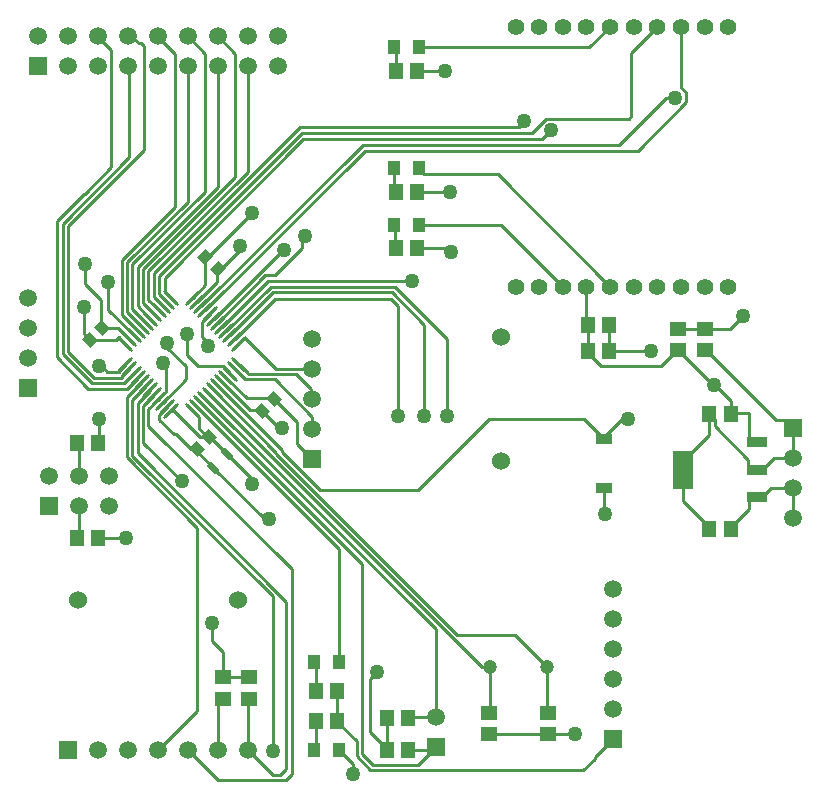
<source format=gtl>
G04*
G04 #@! TF.GenerationSoftware,Altium Limited,Altium Designer,19.1.8 (144)*
G04*
G04 Layer_Physical_Order=1*
G04 Layer_Color=255*
%FSLAX44Y44*%
%MOMM*%
G71*
G01*
G75*
%ADD13C,0.2540*%
G04:AMPARAMS|DCode=15|XSize=0.3mm|YSize=1.8mm|CornerRadius=0mm|HoleSize=0mm|Usage=FLASHONLY|Rotation=135.000|XOffset=0mm|YOffset=0mm|HoleType=Round|Shape=Round|*
%AMOVALD15*
21,1,1.5000,0.3000,0.0000,0.0000,225.0*
1,1,0.3000,0.5303,0.5303*
1,1,0.3000,-0.5303,-0.5303*
%
%ADD15OVALD15*%

G04:AMPARAMS|DCode=16|XSize=0.3mm|YSize=1.8mm|CornerRadius=0mm|HoleSize=0mm|Usage=FLASHONLY|Rotation=225.000|XOffset=0mm|YOffset=0mm|HoleType=Round|Shape=Round|*
%AMOVALD16*
21,1,1.5000,0.3000,0.0000,0.0000,315.0*
1,1,0.3000,-0.5303,0.5303*
1,1,0.3000,0.5303,-0.5303*
%
%ADD16OVALD16*%

%ADD17R,1.2000X1.4000*%
%ADD18R,1.4000X1.2000*%
%ADD19R,1.4000X0.9500*%
G04:AMPARAMS|DCode=20|XSize=1.05mm|YSize=0.95mm|CornerRadius=0mm|HoleSize=0mm|Usage=FLASHONLY|Rotation=135.000|XOffset=0mm|YOffset=0mm|HoleType=Round|Shape=Rectangle|*
%AMROTATEDRECTD20*
4,1,4,0.7071,-0.0354,0.0354,-0.7071,-0.7071,0.0354,-0.0354,0.7071,0.7071,-0.0354,0.0*
%
%ADD20ROTATEDRECTD20*%

G04:AMPARAMS|DCode=21|XSize=1.05mm|YSize=0.55mm|CornerRadius=0mm|HoleSize=0mm|Usage=FLASHONLY|Rotation=135.000|XOffset=0mm|YOffset=0mm|HoleType=Round|Shape=Rectangle|*
%AMROTATEDRECTD21*
4,1,4,0.5657,-0.1768,0.1768,-0.5657,-0.5657,0.1768,-0.1768,0.5657,0.5657,-0.1768,0.0*
%
%ADD21ROTATEDRECTD21*%

G04:AMPARAMS|DCode=22|XSize=1.05mm|YSize=0.95mm|CornerRadius=0mm|HoleSize=0mm|Usage=FLASHONLY|Rotation=45.000|XOffset=0mm|YOffset=0mm|HoleType=Round|Shape=Rectangle|*
%AMROTATEDRECTD22*
4,1,4,-0.0354,-0.7071,-0.7071,-0.0354,0.0354,0.7071,0.7071,0.0354,-0.0354,-0.7071,0.0*
%
%ADD22ROTATEDRECTD22*%

G04:AMPARAMS|DCode=23|XSize=0.9mm|YSize=1.75mm|CornerRadius=0.0495mm|HoleSize=0mm|Usage=FLASHONLY|Rotation=270.000|XOffset=0mm|YOffset=0mm|HoleType=Round|Shape=RoundedRectangle|*
%AMROUNDEDRECTD23*
21,1,0.9000,1.6510,0,0,270.0*
21,1,0.8010,1.7500,0,0,270.0*
1,1,0.0990,-0.8255,-0.4005*
1,1,0.0990,-0.8255,0.4005*
1,1,0.0990,0.8255,0.4005*
1,1,0.0990,0.8255,-0.4005*
%
%ADD23ROUNDEDRECTD23*%
G04:AMPARAMS|DCode=24|XSize=3.2mm|YSize=1.75mm|CornerRadius=0.0525mm|HoleSize=0mm|Usage=FLASHONLY|Rotation=270.000|XOffset=0mm|YOffset=0mm|HoleType=Round|Shape=RoundedRectangle|*
%AMROUNDEDRECTD24*
21,1,3.2000,1.6450,0,0,270.0*
21,1,3.0950,1.7500,0,0,270.0*
1,1,0.1050,-0.8225,-1.5475*
1,1,0.1050,-0.8225,1.5475*
1,1,0.1050,0.8225,1.5475*
1,1,0.1050,0.8225,-1.5475*
%
%ADD24ROUNDEDRECTD24*%
%ADD25R,1.1000X1.2000*%
%ADD44C,1.4000*%
%ADD45R,1.5000X1.5000*%
%ADD46C,1.5000*%
%ADD47R,1.5000X1.5000*%
%ADD48C,1.2000*%
%ADD49C,1.5240*%
%ADD50C,1.2700*%
D13*
X337500Y430000D02*
X381709Y385791D01*
Y320585D02*
Y385791D01*
X335000Y425000D02*
X362634Y397366D01*
Y320016D02*
Y397366D01*
X214600Y99000D02*
X215217D01*
X192100D02*
X214600D01*
X215217D02*
X217212Y97006D01*
X172604Y302980D02*
X179024D01*
X180449Y302626D02*
X181541D01*
X179024Y302980D02*
X180449Y301555D01*
X171996Y310009D02*
X179024Y302980D01*
X171996Y310009D02*
Y319114D01*
X166692Y324417D02*
X171996Y319114D01*
X149887Y325696D02*
X172604Y302980D01*
X149587Y325696D02*
X149887D01*
X148307Y324417D02*
X149587Y325696D01*
X152393Y304932D02*
X164952Y292374D01*
X150439Y304932D02*
X152393D01*
X138234Y317138D02*
X150439Y304932D01*
X164952Y292374D02*
X169874D01*
X637220Y301230D02*
Y322894D01*
X623933D02*
X637220D01*
X622030D02*
Y333310D01*
X637220Y301230D02*
X640450Y298000D01*
X644280D01*
X606699Y346801D02*
X608284D01*
X608596Y346744D02*
Y346919D01*
Y346744D02*
X622030Y333310D01*
X577500Y376000D02*
X606699Y346801D01*
X316929Y97837D02*
X322646Y103553D01*
X316929Y52571D02*
Y97837D01*
Y52571D02*
X331000Y38500D01*
Y37500D02*
Y38500D01*
X309959Y34029D02*
Y195292D01*
X173763Y331488D02*
X309959Y195292D01*
X289000Y61500D02*
X305419Y45082D01*
Y32148D02*
Y45082D01*
X522456Y46656D02*
Y47459D01*
X289000Y61500D02*
Y62500D01*
X289000Y62501D02*
X289000Y62500D01*
X305419Y32148D02*
X317107Y20460D01*
X309959Y34029D02*
X318988Y25000D01*
X302539Y16938D02*
Y25461D01*
X290500Y37500D02*
X302539Y25461D01*
X234835Y36500D02*
Y167640D01*
X115534Y286941D02*
X234835Y167640D01*
X182905Y129468D02*
Y144961D01*
Y129468D02*
X192100Y120273D01*
X489739Y51000D02*
X489983Y51244D01*
X467500Y51000D02*
X489739D01*
X74664Y390083D02*
Y412998D01*
Y390083D02*
X79873Y384874D01*
X75204Y432262D02*
X89247Y418219D01*
Y400927D02*
Y418219D01*
Y400927D02*
X90126Y400048D01*
X95008Y410243D02*
X116488Y388764D01*
X95008Y410243D02*
Y433703D01*
X75204Y432262D02*
Y449007D01*
X90126Y395126D02*
Y400048D01*
X60925Y374845D02*
Y481444D01*
X56385Y372964D02*
Y483324D01*
X51495Y370359D02*
Y485159D01*
X60925Y374845D02*
X83026Y352744D01*
X51495Y485159D02*
X74853Y508517D01*
X56385Y483324D02*
X112691Y539630D01*
X60925Y481444D02*
X125048Y545567D01*
X56385Y372964D02*
X81145Y348204D01*
X51495Y370359D02*
X78191Y343664D01*
X74853Y508517D02*
X74986D01*
X227803Y233030D02*
X231475D01*
X184166Y276666D02*
X227803Y233030D01*
X217194Y262545D02*
Y266973D01*
X195833Y288334D02*
X217194Y266973D01*
X170227Y327952D02*
X290500Y207680D01*
Y112500D02*
Y207680D01*
X206562Y460897D02*
Y463912D01*
X190539Y444874D02*
X206562Y460897D01*
X216718Y491999D02*
X216718D01*
X179846Y455127D02*
X216718Y491999D01*
X177374Y455127D02*
X179846D01*
X187627Y444874D02*
X190539D01*
X515000Y238732D02*
X515950Y237782D01*
X515000Y238732D02*
Y259250D01*
X604480Y224452D02*
Y225550D01*
X581780Y248250D02*
Y275000D01*
Y248250D02*
X604480Y225550D01*
X380366Y612500D02*
X380389Y612523D01*
X356500Y612500D02*
X380366D01*
X356842Y509658D02*
X384413D01*
X356500Y510000D02*
X356842Y509658D01*
X381522Y462500D02*
X384916Y459105D01*
X356500Y462500D02*
X381522D01*
X192100Y99000D02*
Y120273D01*
X497209Y20460D02*
X507103Y30354D01*
Y31303D01*
X522456Y46656D01*
X317107Y20460D02*
X497209D01*
X141565Y362569D02*
Y365318D01*
Y362569D02*
X144238Y359895D01*
Y341685D02*
Y359895D01*
X137701Y335148D02*
X144238Y341685D01*
X137701Y335023D02*
Y335148D01*
X179137Y379665D02*
Y382414D01*
X174296Y387255D02*
X179137Y382414D01*
X174296Y387255D02*
Y399779D01*
X180835Y406317D01*
Y406441D01*
X145000Y378293D02*
X160928Y362364D01*
Y351505D02*
Y362364D01*
X141236Y331813D02*
X160928Y351505D01*
X145000Y378293D02*
Y382499D01*
X161510Y371994D02*
Y389987D01*
Y371994D02*
X170730Y362775D01*
X192299D01*
X141236Y331488D02*
Y331813D01*
X110736Y285318D02*
X170399Y225656D01*
Y70399D02*
Y225656D01*
X137500Y37500D02*
X170399Y70399D01*
X110736Y285318D02*
Y336343D01*
X137500Y37500D02*
X137807Y37193D01*
X139943D01*
X110736Y336343D02*
X123559Y349165D01*
X87053Y298053D02*
Y318041D01*
X86500Y297500D02*
X87053Y298053D01*
X124614Y297886D02*
Y329008D01*
Y297886D02*
X157500Y265000D01*
X124614Y329008D02*
X134165Y338559D01*
X129154Y311950D02*
X250460Y190644D01*
X129154Y311950D02*
Y326352D01*
X137701Y334899D01*
X138234Y317138D02*
Y321089D01*
X250460Y17040D02*
Y190644D01*
X85820Y615913D02*
X86034Y615699D01*
X97513Y531044D02*
Y630323D01*
X86574Y641261D02*
X97513Y630323D01*
X86574Y641261D02*
Y641562D01*
X74986Y508517D02*
X97513Y531044D01*
X78191Y343664D02*
X110945D01*
X119982Y352701D01*
X120023D01*
X87011Y362364D02*
X89760D01*
X94119Y358004D01*
X104113D01*
X108330Y348204D02*
X116363Y356237D01*
X81145Y348204D02*
X108330D01*
X104113Y358004D02*
X109416Y363308D01*
X105799Y352744D02*
X112828Y359772D01*
X83026Y352744D02*
X105799D01*
X112691Y539630D02*
Y613937D01*
X111846Y614782D02*
X112691Y613937D01*
X116363Y356237D02*
X116488D01*
X122885Y635826D02*
X125048Y633663D01*
X120782Y635826D02*
X122885D01*
X115422Y641186D02*
X120782Y635826D01*
X111846Y641186D02*
X115422D01*
X125048Y545567D02*
Y633663D01*
X112828Y359772D02*
X112952D01*
X198186Y356237D02*
Y356888D01*
X192299Y362775D02*
X198186Y356888D01*
Y356237D02*
X198512D01*
X106454Y405869D02*
Y452477D01*
X110994Y408399D02*
Y450597D01*
Y408399D02*
X123559Y395835D01*
X115534Y410930D02*
Y448716D01*
Y410930D02*
X127094Y399370D01*
X120074Y413462D02*
Y446836D01*
Y413462D02*
X130630Y402906D01*
X124614Y415993D02*
X134165Y406441D01*
X124614Y415993D02*
Y444955D01*
X129154Y418648D02*
Y443074D01*
Y418648D02*
X137701Y410101D01*
X133694Y421179D02*
X141236Y413637D01*
X133694Y421179D02*
Y441194D01*
X138234Y423711D02*
Y439313D01*
Y423711D02*
X144772Y417173D01*
X142774Y426116D02*
X148307Y420583D01*
X142774Y426116D02*
Y437433D01*
X129154Y443074D02*
X212999Y526920D01*
X133694Y441194D02*
X257500Y565000D01*
X138234Y439313D02*
X258920Y560000D01*
X142774Y437433D02*
X260341Y555000D01*
X103407Y394773D02*
X112952Y385228D01*
X90480Y394773D02*
X103407D01*
X106454Y405869D02*
X120023Y392299D01*
X120074Y446836D02*
X187637Y514399D01*
X124614Y444955D02*
X202255Y522596D01*
X212131Y616585D02*
X212999Y615717D01*
X186894Y641822D02*
X187614D01*
X141236Y413512D02*
Y413637D01*
X110994Y450597D02*
X162225Y501828D01*
X115534Y448716D02*
X176864Y510046D01*
X187614Y641822D02*
X187634Y641802D01*
X106454Y452477D02*
X151480Y497503D01*
X115534Y286941D02*
Y334070D01*
X187634Y576520D02*
X187637Y576517D01*
Y514399D02*
Y576517D01*
X162225Y501828D02*
Y615613D01*
X162624Y616012D01*
X202255Y577508D02*
X202264Y577517D01*
X202255Y522596D02*
Y577508D01*
X176864Y510046D02*
Y627172D01*
X151464Y570105D02*
X151480Y570088D01*
Y497503D02*
Y570088D01*
X151464Y570105D02*
Y627172D01*
X137439Y641196D02*
X151464Y627172D01*
X137439Y641196D02*
Y641423D01*
X162624Y616012D02*
Y616239D01*
X163993Y640042D02*
Y642290D01*
Y640042D02*
X176864Y627172D01*
X187634Y576520D02*
Y614521D01*
X187829Y614716D01*
X202264Y577517D02*
Y627172D01*
X187634Y641802D02*
X202264Y627172D01*
X212999Y526920D02*
Y615717D01*
X137701Y409977D02*
Y410101D01*
X259368Y470574D02*
X261312Y472518D01*
X259368Y462932D02*
Y470574D01*
X235976Y439540D02*
X259368Y462932D01*
X228075Y439540D02*
X235976D01*
X187905Y399370D02*
X228075Y439540D01*
X242757Y461293D02*
X244124D01*
X184370Y402906D02*
X242757Y461293D01*
X191441Y395835D02*
X230606Y435000D01*
X352500D01*
X194977Y392299D02*
X232677Y430000D01*
X337500D01*
X198512Y388764D02*
X234748Y425000D01*
X335000D01*
X202048Y385228D02*
X236109Y419290D01*
X334290D01*
X339999Y413580D01*
Y319999D02*
Y413580D01*
X177299Y409977D02*
X312322Y545000D01*
X173888Y413512D02*
X310375Y550000D01*
X527500D01*
X312322Y545000D02*
X543605D01*
X173763Y413512D02*
X173888D01*
X138234Y321089D02*
X146072Y328928D01*
X514125Y301625D02*
X532500Y320000D01*
X621500Y394000D02*
X632500Y405000D01*
X600000Y394000D02*
X621500D01*
X577500D02*
X600000D01*
Y376000D02*
X601000D01*
X660370Y316630D01*
X668770D01*
X675000Y310400D01*
X519000Y375000D02*
X555000D01*
X519000Y375000D02*
X519000Y375000D01*
X512500Y362500D02*
X563000D01*
X576500Y376000D01*
X577500D01*
X501000Y374000D02*
X512500Y362500D01*
X501000Y374000D02*
Y375000D01*
X500000Y398499D02*
Y430000D01*
Y398499D02*
X501000Y397500D01*
X519000Y375000D02*
Y397500D01*
X501000Y375000D02*
Y397500D01*
X567500Y590000D02*
X575000D01*
X543605Y545000D02*
X584620Y586015D01*
Y593985D01*
X580000Y598605D02*
X584620Y593985D01*
X580000Y598605D02*
Y650000D01*
X532500Y320000D02*
X535000Y317500D01*
X512500Y300000D02*
X514125Y301625D01*
X498250Y317500D02*
X515000Y300750D01*
X417500Y317500D02*
X498250D01*
X357500Y257500D02*
X417500Y317500D01*
X104201Y386908D02*
X109416Y381693D01*
X103900Y386908D02*
X104201D01*
X101512Y384520D02*
X103900Y386908D01*
X80227Y384520D02*
X101512D01*
X79873Y384874D02*
X80227Y384520D01*
X90126Y395126D02*
X90480Y394773D01*
X181541Y302626D02*
X195833Y288334D01*
X115534Y334070D02*
X127094Y345630D01*
X120074Y288821D02*
X245920Y162975D01*
X120074Y288821D02*
Y331539D01*
X130505Y341970D01*
X169874Y290959D02*
Y292374D01*
Y290959D02*
X184166Y276666D01*
X239747Y310000D02*
X242500D01*
X224873Y324874D02*
X239747Y310000D01*
X255000Y296700D02*
X267500Y284200D01*
X255000Y296700D02*
Y315253D01*
X235126Y335127D02*
X255000Y315253D01*
X234773Y335480D02*
X235126Y335127D01*
X212197Y335480D02*
X234773D01*
X194976Y352701D02*
X212197Y335480D01*
X224520Y325227D02*
X224873Y324874D01*
X215379Y325227D02*
X224520D01*
X191441Y349166D02*
X215379Y325227D01*
X86500Y297500D02*
X86500Y297500D01*
X245920Y21580D02*
Y162975D01*
X86500Y217500D02*
X110000D01*
X86500Y217500D02*
X86500Y217500D01*
X70000Y219000D02*
Y244600D01*
X68500Y217500D02*
X70000Y219000D01*
Y270000D02*
Y296000D01*
X68500Y297500D02*
X70000Y296000D01*
X166692Y420708D02*
X177020Y431035D01*
Y454773D01*
X177374Y455127D01*
X166692Y420583D02*
Y420708D01*
X170227Y417048D02*
X187273Y434094D01*
Y444520D01*
X187627Y444874D01*
X260341Y555000D02*
X462500D01*
X258920Y560000D02*
X453895D01*
X257500Y565000D02*
X442500D01*
X240920Y16580D02*
X245920Y21580D01*
X234620Y16580D02*
X240920D01*
X213700Y37500D02*
X234620Y16580D01*
X137701Y334899D02*
Y335023D01*
X245460Y12040D02*
X250460Y17040D01*
X188360Y12040D02*
X245460D01*
X162900Y37500D02*
X188360Y12040D01*
X439399Y135000D02*
X466899Y107500D01*
X390655Y135000D02*
X439399D01*
X237336Y288319D02*
X390655Y135000D01*
X411735Y107500D02*
X418100D01*
X232796Y286439D02*
X411735Y107500D01*
X442500Y565000D02*
X447500Y570000D01*
X527500Y550000D02*
X567500Y590000D01*
X462500Y555000D02*
X470000Y562500D01*
X453895Y560000D02*
X466015Y572120D01*
X184370Y342095D02*
X237336Y289128D01*
X232796Y286439D02*
Y286597D01*
X180834Y338559D02*
X232796Y286597D01*
X274576Y257500D02*
X357500D01*
X241876Y290200D02*
X274576Y257500D01*
X241876Y290200D02*
Y291659D01*
X187905Y345630D02*
X241876Y291659D01*
X237336Y288319D02*
Y289128D01*
X177299Y335023D02*
X372500Y139822D01*
Y65400D02*
Y139822D01*
X370000Y37500D02*
X372500Y40000D01*
X357500Y25000D02*
X370000Y37500D01*
X318988Y25000D02*
X357500D01*
X235949Y351320D02*
X267500Y319769D01*
Y309600D02*
Y319769D01*
X210499Y351320D02*
X235949D01*
X206604Y363308D02*
X213031Y356880D01*
X205583Y363308D02*
X206604D01*
X202048Y359772D02*
X210499Y351320D01*
X213031Y355860D02*
Y356880D01*
X202048Y359772D02*
X202172D01*
X236800Y360400D02*
X267500D01*
X210696Y386505D02*
X236800Y360400D01*
X213031Y355860D02*
X254140D01*
X267084Y335416D02*
Y342916D01*
X254140Y355860D02*
X267084Y342916D01*
X210395Y386505D02*
X210696D01*
X209192Y385302D02*
X210395Y386505D01*
X205583Y381693D02*
X206786Y382896D01*
X144772Y417048D02*
Y417173D01*
X173763Y413512D02*
Y413838D01*
X170227Y417048D02*
Y417048D01*
X188300Y37500D02*
Y77200D01*
X192100Y81000D01*
X213700Y37500D02*
Y80100D01*
X214600Y81000D01*
X535632Y572120D02*
X537500Y573988D01*
X466015Y572120D02*
X535632D01*
X537500Y573988D02*
Y627500D01*
X560000Y650000D01*
X502500Y632500D02*
X520000Y650000D01*
X358000Y632500D02*
X502500D01*
X424730Y525270D02*
X520000Y430000D01*
X362230Y525270D02*
X424730D01*
X358000Y529500D02*
X362230Y525270D01*
X358000Y529500D02*
Y530000D01*
X427500Y482500D02*
X480000Y430000D01*
X358000Y482500D02*
X427500D01*
X349000Y37500D02*
X370000D01*
X267084Y335416D02*
X267500Y335000D01*
Y335000D02*
Y335000D01*
X337500Y463500D02*
Y482500D01*
Y463500D02*
X338500Y462500D01*
X337500Y482500D02*
X337500Y482500D01*
X337000Y482500D02*
X337500D01*
X337000Y511500D02*
X338500Y510000D01*
X337000Y511500D02*
Y530000D01*
X338500Y612500D02*
Y631000D01*
X337000Y632500D02*
X338500Y631000D01*
X581780Y282250D02*
X604030Y304500D01*
X581780Y275000D02*
Y282250D01*
X604030Y304500D02*
Y322500D01*
X608760Y317770D01*
Y311520D02*
Y317770D01*
Y311520D02*
X636970Y283310D01*
Y278230D02*
Y283310D01*
Y278230D02*
X640200Y275000D01*
X644280D01*
X648530D02*
X658530Y285000D01*
X644280Y275000D02*
X648530D01*
X658530Y285000D02*
X675000D01*
Y310400D01*
Y234200D02*
Y259600D01*
X622030Y225000D02*
Y226000D01*
X637295Y241265D01*
Y248770D01*
X640525Y252000D01*
X644280D01*
X648530D01*
X656130Y259600D01*
X675000D01*
X289000Y62501D02*
Y87500D01*
X269500Y37500D02*
X271000Y39000D01*
Y62500D01*
X269500Y112500D02*
X271000Y111000D01*
Y87500D02*
Y111000D01*
X417500Y51000D02*
X417500Y51000D01*
X467500D01*
X418100Y69600D02*
Y107500D01*
X417500Y69000D02*
X418100Y69600D01*
X466899Y69601D02*
Y107500D01*
Y69601D02*
X467500Y69000D01*
X349400Y65400D02*
X372500D01*
X349000Y65000D02*
X349400Y65400D01*
X331000Y37500D02*
X331000Y37500D01*
Y65000D01*
D15*
X148307Y324417D02*
D03*
X144772Y327952D02*
D03*
X141236Y331488D02*
D03*
X137701Y335023D02*
D03*
X134165Y338559D02*
D03*
X130630Y342095D02*
D03*
X127094Y345630D02*
D03*
X123559Y349165D02*
D03*
X120023Y352701D02*
D03*
X116488Y356237D02*
D03*
X112952Y359772D02*
D03*
X109416Y363308D02*
D03*
X166692Y420583D02*
D03*
X170227Y417048D02*
D03*
X173763Y413512D02*
D03*
X177299Y409977D02*
D03*
X180835Y406441D02*
D03*
X184370Y402906D02*
D03*
X187905Y399370D02*
D03*
X191441Y395835D02*
D03*
X194977Y392299D02*
D03*
X198512Y388764D02*
D03*
X202048Y385228D02*
D03*
X205583Y381693D02*
D03*
D16*
X109416D02*
D03*
X112952Y385228D02*
D03*
X116488Y388764D02*
D03*
X120023Y392299D02*
D03*
X123559Y395835D02*
D03*
X127094Y399370D02*
D03*
X130630Y402906D02*
D03*
X134165Y406441D02*
D03*
X137701Y409977D02*
D03*
X141236Y413512D02*
D03*
X144772Y417048D02*
D03*
X148307Y420583D02*
D03*
X205583Y363308D02*
D03*
X202048Y359772D02*
D03*
X198512Y356237D02*
D03*
X194976Y352701D02*
D03*
X191441Y349166D02*
D03*
X187905Y345630D02*
D03*
X184370Y342095D02*
D03*
X180834Y338559D02*
D03*
X177299Y335023D02*
D03*
X173763Y331488D02*
D03*
X170227Y327952D02*
D03*
X166692Y324417D02*
D03*
D17*
X86500Y297500D02*
D03*
X68500D02*
D03*
X68500Y217500D02*
D03*
X86500D02*
D03*
X501000Y375000D02*
D03*
X519000D02*
D03*
X501000Y397500D02*
D03*
X519000D02*
D03*
X331000Y37500D02*
D03*
X349000D02*
D03*
X331000Y65000D02*
D03*
X349000D02*
D03*
X622030Y225000D02*
D03*
X604030D02*
D03*
X289000Y62500D02*
D03*
X271000D02*
D03*
X289000Y87500D02*
D03*
X271000D02*
D03*
X338500Y462500D02*
D03*
X356500D02*
D03*
X338500Y510000D02*
D03*
X356500D02*
D03*
X338500Y612500D02*
D03*
X356500D02*
D03*
X622030Y322500D02*
D03*
X604030D02*
D03*
D18*
X600000Y394000D02*
D03*
Y376000D02*
D03*
X577500D02*
D03*
Y394000D02*
D03*
X417500Y69000D02*
D03*
Y51000D02*
D03*
X467500Y69000D02*
D03*
Y51000D02*
D03*
X214600Y81000D02*
D03*
Y99000D02*
D03*
X192100Y81000D02*
D03*
Y99000D02*
D03*
D19*
X515000Y259250D02*
D03*
Y300750D02*
D03*
D20*
X90126Y395126D02*
D03*
X79873Y384874D02*
D03*
X224873Y324874D02*
D03*
X235126Y335127D02*
D03*
X169874Y292374D02*
D03*
X180127Y302626D02*
D03*
D21*
X195833Y288334D02*
D03*
X184166Y276666D02*
D03*
D22*
X187627Y444874D02*
D03*
X177374Y455127D02*
D03*
D23*
X644280Y252000D02*
D03*
Y275000D02*
D03*
Y298000D02*
D03*
D24*
X581780Y275000D02*
D03*
D25*
X269500Y112500D02*
D03*
X290500D02*
D03*
X269500Y37500D02*
D03*
X290500D02*
D03*
X358000Y632500D02*
D03*
X337000D02*
D03*
X358000Y530000D02*
D03*
X337000D02*
D03*
X358000Y482500D02*
D03*
X337000D02*
D03*
D44*
X620000Y650000D02*
D03*
X600000D02*
D03*
X580000D02*
D03*
X560000D02*
D03*
X540000D02*
D03*
X520000D02*
D03*
X500000D02*
D03*
X480000D02*
D03*
X460000D02*
D03*
X440000D02*
D03*
Y430000D02*
D03*
X460000D02*
D03*
X480000D02*
D03*
X500000D02*
D03*
X520000D02*
D03*
X540000D02*
D03*
X560000D02*
D03*
X580000D02*
D03*
X600000D02*
D03*
X620000D02*
D03*
D45*
X35234Y616402D02*
D03*
X61300Y37500D02*
D03*
X44600Y244600D02*
D03*
D46*
X238434Y641802D02*
D03*
Y616402D02*
D03*
X213034Y641802D02*
D03*
Y616402D02*
D03*
X187634Y641802D02*
D03*
Y616402D02*
D03*
X162234Y641802D02*
D03*
Y616402D02*
D03*
X136834Y641802D02*
D03*
Y616402D02*
D03*
X111434Y641802D02*
D03*
Y616402D02*
D03*
X86034Y641802D02*
D03*
Y616402D02*
D03*
X60634Y641802D02*
D03*
Y616402D02*
D03*
X35234Y641802D02*
D03*
X27500Y420400D02*
D03*
Y395000D02*
D03*
Y369600D02*
D03*
X213700Y37500D02*
D03*
X188300D02*
D03*
X162900D02*
D03*
X137500D02*
D03*
X86700D02*
D03*
X112100D02*
D03*
X372500Y65400D02*
D03*
X44600Y270000D02*
D03*
X70000Y244600D02*
D03*
Y270000D02*
D03*
X95400Y244600D02*
D03*
Y270000D02*
D03*
X267500Y309600D02*
D03*
Y335000D02*
D03*
Y360400D02*
D03*
Y385800D02*
D03*
X675000Y234200D02*
D03*
Y259600D02*
D03*
Y285000D02*
D03*
X522500Y72100D02*
D03*
Y97500D02*
D03*
Y122900D02*
D03*
Y148300D02*
D03*
Y173700D02*
D03*
D47*
X27500Y344200D02*
D03*
X372500Y40000D02*
D03*
X267500Y284200D02*
D03*
X675000Y310400D02*
D03*
X522500Y46700D02*
D03*
D48*
X466899Y107500D02*
D03*
X418100D02*
D03*
D49*
X204600Y165000D02*
D03*
X69600D02*
D03*
X427500Y387500D02*
D03*
Y282500D02*
D03*
D50*
X381709Y320585D02*
D03*
X362634Y320016D02*
D03*
X608284Y346801D02*
D03*
X322646Y103553D02*
D03*
X302539Y16938D02*
D03*
X234835Y36500D02*
D03*
X182905Y144961D02*
D03*
X489983Y51244D02*
D03*
X74664Y412998D02*
D03*
X95008Y433703D02*
D03*
X75204Y449007D02*
D03*
X231475Y233030D02*
D03*
X217194Y262545D02*
D03*
X206562Y463912D02*
D03*
X216718Y491999D02*
D03*
X515950Y237782D02*
D03*
X380389Y612523D02*
D03*
X384413Y509658D02*
D03*
X384916Y459105D02*
D03*
X141565Y365318D02*
D03*
X145000Y382499D02*
D03*
X161510Y389987D02*
D03*
X87053Y318041D02*
D03*
X87011Y362364D02*
D03*
X179137Y379665D02*
D03*
X244124Y461293D02*
D03*
X261312Y472518D02*
D03*
X632500Y405000D02*
D03*
X555000Y375000D02*
D03*
X575000Y590000D02*
D03*
X535000Y317500D02*
D03*
X242500Y310000D02*
D03*
X157500Y265000D02*
D03*
X110000Y217500D02*
D03*
X447500Y570000D02*
D03*
X470000Y562500D02*
D03*
X339999Y319999D02*
D03*
X352500Y435000D02*
D03*
M02*

</source>
